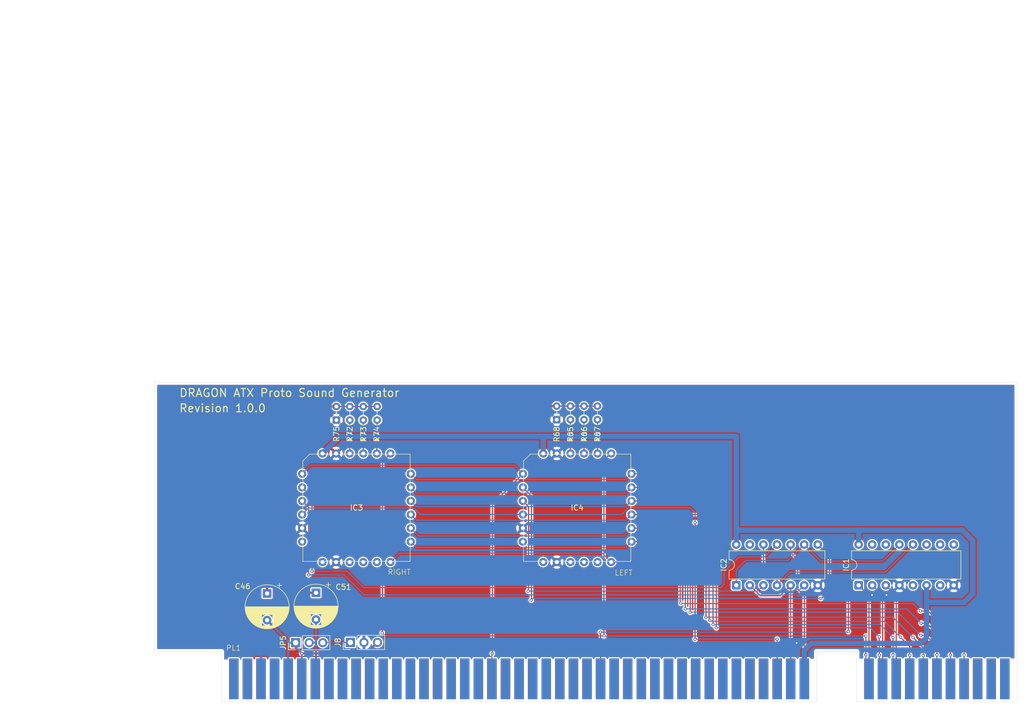
<source format=kicad_pcb>
(kicad_pcb (version 20241229) (generator "pcbnew") (generator_version "9.0")
  (layers (0 "F.Cu" signal) (2 "B.Cu" signal) (13 "F.Paste" user) (15 "B.Paste" user) (5 "F.SilkS" user "F.Silkscreen") (7 "B.SilkS" user "B.Silkscreen") (1 "F.Mask" user) (3 "B.Mask" user) (25 "Edge.Cuts" user))
  (net 0 "")
  (net 1 "/Z2")
  (net 2 "/VCLK")
  (net 3 "/~{A}{slash}G")
  (net 4 "/DL7")
  (net 5 "/CSS")
  (net 6 "/A7")
  (net 8 "/A14")
  (net 9 "/A0")
  (net 11 "/GM1")
  (net 12 "/A9")
  (net 13 "/RAS")
  (net 14 "/A3")
  (net 15 "/FIRQ")
  (net 16 "/ESND")
  (net 18 "/CAS")
  (net 19 "Chroma")
  (net 21 "/DA0")
  (net 22 "/A2")
  (net 23 "/Z6")
  (net 24 "Composite")
  (net 25 "/GM0")
  (net 26 "/A5")
  (net 28 "/CART")
  (net 29 "/MOTOR")
  (net 30 "/A8")
  (net 32 "/BS")
  (net 33 "/D5")
  (net 34 "/HS")
  (net 35 "/A10")
  (net 36 "/P1")
  (net 37 "-5V")
  (net 38 "/P0")
  (net 39 "/Z0")
  (net 40 "/HALT")
  (net 41 "/D6")
  (net 42 "/DL4")
  (net 43 "Net-(C46-Pad1)")
  (net 44 "/D7")
  (net 45 "/R{slash}W")
  (net 46 "+12V")
  (net 47 "/S0")
  (net 48 "/S2")
  (net 49 "OUT_L")
  (net 50 "/Z5")
  (net 51 "/A1")
  (net 52 "/EAR")
  (net 54 "/DL6")
  (net 55 "/D0")
  (net 56 "/BA")
  (net 57 "/A4")
  (net 58 "/WE")
  (net 59 "/TSC")
  (net 60 "Luma")
  (net 61 "/P2")
  (net 62 "/D2")
  (net 63 "/D.OUT")
  (net 64 "/A15")
  (net 65 "/A6")
  (net 66 "GND")
  (net 67 "/BUSY")
  (net 68 "/Z7")
  (net 69 "/DL0")
  (net 70 "/A12")
  (net 71 "/Z3")
  (net 72 "+5V")
  (net 73 "Net-(C51-Pad1)")
  (net 74 "/AVMA")
  (net 76 "/R0")
  (net 77 "/E")
  (net 78 "/RST")
  (net 79 "/DL5")
  (net 80 "/Z1")
  (net 81 "/S1")
  (net 82 "/DL3")
  (net 83 "/R2")
  (net 87 "+3.3V")
  (net 88 "/Q")
  (net 89 "/NMI")
  (net 90 "-12V")
  (net 93 "/A13")
  (net 94 "/D1")
  (net 95 "/D4")
  (net 96 "/ROM.SEL")
  (net 97 "/D3")
  (net 99 "/GM2")
  (net 100 "/DL1")
  (net 102 "/IRQ")
  (net 103 "/R1")
  (net 104 "/DL2")
  (net 105 "/MIC")
  (net 106 "/LIC")
  (net 107 "/A11")
  (net 108 "/Z4")
  (net 109 "OUT_R")
  (net 110 "/G2")
  (net 116 "/G1")
  (net 118 "BDIR1")
  (net 119 "BC10")
  (net 120 "BDIR0")
  (net 121 "BC11")
  (net 122 "OUT_A")
  (net 128 "OUT_B")
  (net 129 "OUT_C")
  (net 135 "OUT_D")
  (net 136 "OUT_F")
  (net 137 "OUT_E")
  (net 138 "Net-(J8-Pin_1)")
  (footprint "Resistor_THT:R_Axial_DIN0204_L3.6mm_D1.6mm_P2.54mm_Vertical" (layer "F.Cu") (at 127.2794 100.3816 90)
    (property "Reference" "R68")
    (property "Value" "1K")
  )
  (footprint "Library:Card_Edge" (layer "F.Cu") (at 140.6906 151.6634)
    (property "Reference" "PL1")
    (property "Value" "~")
    (fp_line (start -76.073 -7.874) (end -76.073 1.524) (stroke (width 0.05)) (layer "Edge.Cuts"))
    (fp_line (start -76.073 1.524) (end 35.179 1.524) (stroke (width 0.05)) (layer "Edge.Cuts"))
    (fp_line (start 35.179 -7.874) (end 42.707 -7.874) (stroke (width 0.05)) (layer "Edge.Cuts"))
    (fp_line (start 35.179 1.524) (end 35.179 -7.874) (stroke (width 0.05)) (layer "Edge.Cuts"))
    (fp_line (start 42.707 -7.874) (end 42.707 1.524) (stroke (width 0.05)) (layer "Edge.Cuts"))
    (fp_line (start 42.707 1.524) (end 72.679 1.524) (stroke (width 0.05)) (layer "Edge.Cuts"))
    (fp_line (start 72.679 1.524) (end 72.679 -7.874) (stroke (width 0.05)) (layer "Edge.Cuts"))
  )
  (footprint "Package_DIP:DIP-16_W7.62mm" (layer "F.Cu") (at 183.7436 131.3688 90)
    (property "Reference" "IC1")
    (property "Value" "74LS138")
  )
  (footprint "Resistor_THT:R_Axial_DIN0204_L3.6mm_D1.6mm_P2.54mm_Vertical" (layer "F.Cu") (at 132.3848 100.3808 90)
    (property "Reference" "R66")
    (property "Value" "1K")
  )
  (footprint "Connector_PinHeader_2.54mm:PinHeader_1x03_P2.54mm_Vertical" (layer "F.Cu") (at 88.6968 142.0622 90)
    (property "Reference" "J8")
    (property "Value" "Stereo")
  )
  (footprint "Connector_PinHeader_2.54mm:PinHeader_1x03_P2.54mm_Vertical" (layer "F.Cu") (at 78.4606 142.113 90)
    (property "Reference" "JP5")
    (property "Value" "Jumper_3_Open")
  )
  (footprint "Capacitor_THT:CP_Radial_D8.0mm_P5.00mm" (layer "F.Cu") (at 73.1266 132.8966 -90)
    (property "Reference" "C46")
    (property "Value" "10uF")
  )
  (footprint "Resistor_THT:R_Axial_DIN0204_L3.6mm_D1.6mm_P2.54mm_Vertical" (layer "F.Cu") (at 86.0806 100.457 90)
    (property "Reference" "R75")
    (property "Value" "1K")
  )
  (footprint "Resistor_THT:R_Axial_DIN0204_L3.6mm_D1.6mm_P2.54mm_Vertical" (layer "F.Cu") (at 129.8448 100.3808 90)
    (property "Reference" "R65")
    (property "Value" "1K")
  )
  (footprint "Library:AY-QTHT" (layer "F.Cu") (at 89.8398 116.8654)
    (property "Reference" "J4" (hide yes))
    (property "Value" "Audio Right" (hide yes))
  )
  (footprint "Resistor_THT:R_Axial_DIN0204_L3.6mm_D1.6mm_P2.54mm_Vertical" (layer "F.Cu") (at 93.7006 100.457 90)
    (property "Reference" "R74")
    (property "Value" "1K")
  )
  (footprint "Resistor_THT:R_Axial_DIN0204_L3.6mm_D1.6mm_P2.54mm_Vertical" (layer "F.Cu") (at 88.5952 100.457 90)
    (property "Reference" "R72")
    (property "Value" "1K")
  )
  (footprint "Capacitor_THT:CP_Radial_D8.0mm_P5.00mm" (layer "F.Cu") (at 82.2706 132.776149 -90)
    (property "Reference" "C51")
    (property "Value" "10uF")
  )
  (footprint "Resistor_THT:R_Axial_DIN0204_L3.6mm_D1.6mm_P2.54mm_Vertical" (layer "F.Cu") (at 91.1098 100.457 90)
    (property "Reference" "R73")
    (property "Value" "1K")
  )
  (footprint "Library:AY-QTHT" (layer "F.Cu") (at 131.1148 116.8654)
    (property "Reference" "J3" (hide yes))
    (property "Value" "Audio Left" (hide yes))
  )
  (footprint "Package_DIP:DIP-14_W7.62mm" (layer "F.Cu") (at 160.8582 131.3688 90)
    (property "Reference" "IC2")
    (property "Value" "74LS08")
  )
  (footprint "Resistor_THT:R_Axial_DIN0204_L3.6mm_D1.6mm_P2.54mm_Vertical" (layer "F.Cu") (at 134.8994 100.3808 90)
    (property "Reference" "R67")
    (property "Value" "1K")
  )
  (gr_line (start 64.6176 143.7894) (end 52.0766 143.7894) (stroke (width 0.05)) (layer "Edge.Cuts"))
  (gr_line (start 52.0766 93.3704) (end 213.369211 93.372868) (stroke (width 0.05)) (layer "Edge.Cuts"))
  (gr_line (start 52.0766 143.7894) (end 52.0766 93.3704) (stroke (width 0.05)) (layer "Edge.Cuts"))
  (gr_line (start 213.369211 143.791868) (end 213.369211 93.372868) (stroke (width 0.05)) (layer "Edge.Cuts"))
  (gr_text "RIGHT" (at 95.631 129.4892 0) (layer "F.SilkS") (effects (font (size 1 1) (thickness 0.1)) (justify left bottom)))
  (gr_text "DRAGON ATX Proto Sound Generator" (at 56.6166 96.2406 0) (layer "F.SilkS") (effects (font (size 1.5 1.5) (thickness 0.2)) (justify left bottom)))
  (gr_text "LEFT" (at 138.0744 129.6162 0) (layer "F.SilkS") (effects (font (size 1 1) (thickness 0.1)) (justify left bottom)))
  (gr_text "Revision 1.0.0" (at 56.5912 99.1108 0) (layer "F.SilkS") (effects (font (size 1.5 1.5) (thickness 0.2)) (justify left bottom)))
  (segment (start 171.0436 131.3942) (end 171.0182 131.3688) (width 0.2) (layer "F.Cu") (net 9))
  (segment (start 171.0182 131.3688) (end 169.037 133.35) (width 0.2) (layer "F.Cu") (net 9))
  (segment (start 169.037 133.35) (end 165.3794 133.35) (width 0.2) (layer "F.Cu") (net 9))
  (segment (start 171.0436 148.8694) (end 171.0436 131.3942) (width 0.2) (layer "F.Cu") (net 9))
  (segment (start 165.3794 133.35) (end 163.3982 131.3688) (width 0.2) (layer "F.Cu") (net 9))
  (segment (start 188.2236 148.8694) (end 188.2236 133.3088) (width 0.2) (layer "F.Cu") (net 14))
  (segment (start 188.2236 133.3088) (end 186.2836 131.3688) (width 0.2) (layer "F.Cu") (net 14))
  (segment (start 185.6572 133.446543) (end 185.6572 133.2824) (width 0.2) (layer "F.Cu") (net 22))
  (segment (start 185.6572 133.2824) (end 183.7436 131.3688) (width 0.2) (layer "F.Cu") (net 22))
  (segment (start 185.6836 133.472943) (end 185.6572 133.446543) (width 0.2) (layer "F.Cu") (net 22))
  (segment (start 185.6836 148.8694) (end 185.6836 133.472943) (width 0.2) (layer "F.Cu") (net 22))
  (segment (start 152.2476 136.4234) (end 152.2476 122.2502) (width 0.2) (layer "F.Cu") (net 33))
  (segment (start 196.3166 140.7414) (end 195.3768 140.7414) (width 0.2) (layer "F.Cu") (net 33))
  (segment (start 198.374 144.399) (end 198.374 142.7988) (width 0.2) (layer "F.Cu") (net 33))
  (segment (start 150.6728 120.6754) (end 141.2748 120.6754) (width 0.2) (layer "F.Cu") (net 33))
  (segment (start 198.374 142.7988) (end 196.3166 140.7414) (width 0.2) (layer "F.Cu") (net 33))
  (segment (start 152.2476 122.2502) (end 150.6728 120.6754) (width 0.2) (layer "F.Cu") (net 33))
  (via (at 152.2476 136.4234) (size 0.6) (drill 0.3) (layers "F.Cu" "B.Cu") (net 33))
  (via (at 198.374 144.399) (size 0.6) (drill 0.3) (layers "F.Cu" "B.Cu") (net 33))
  (via (at 195.3768 140.7414) (size 0.6) (drill 0.3) (layers "F.Cu" "B.Cu") (net 33))
  (segment (start 195.3768 140.7414) (end 191.0334 136.398) (width 0.2) (layer "B.Cu") (net 33))
  (segment (start 101.4768 122.1524) (end 139.7978 122.1524) (width 0.2) (layer "B.Cu") (net 33))
  (segment (start 99.9998 120.6754) (end 101.4768 122.1524) (width 0.2) (layer "B.Cu") (net 33))
  (segment (start 191.0334 136.398) (end 152.273 136.398) (width 0.2) (layer "B.Cu") (net 33))
  (segment (start 198.374 144.399) (end 198.374 148.8694) (width 0.2) (layer "B.Cu") (net 33))
  (segment (start 139.7978 122.1524) (end 141.2748 120.6754) (width 0.2) (layer "B.Cu") (net 33))
  (segment (start 152.273 136.398) (end 152.2476 136.4234) (width 0.2) (layer "B.Cu") (net 33))
  (segment (start 135.4836 140.208) (end 135.4328 140.1572) (width 0.2) (layer "F.Cu") (net 36))
  (segment (start 181.8132 130.7338) (end 182.6514 129.8956) (width 0.2) (layer "F.Cu") (net 36))
  (segment (start 135.4836 148.8694) (end 135.4836 140.208) (width 0.2) (layer "F.Cu") (net 36))
  (segment (start 192.4304 129.8956) (end 193.9036 131.3688) (width 0.2) (layer "F.Cu") (net 36))
  (segment (start 181.8132 140.0302) (end 181.8132 130.7338) (width 0.2) (layer "F.Cu") (net 36))
  (segment (start 182.6514 129.8956) (end 192.4304 129.8956) (width 0.2) (layer "F.Cu") (net 36))
  (via (at 135.4328 140.1572) (size 0.6) (drill 0.3) (layers "F.Cu" "B.Cu") (net 36))
  (via (at 181.8132 140.0302) (size 0.6) (drill 0.3) (layers "F.Cu" "B.Cu") (net 36))
  (segment (start 135.4328 140.1572) (end 181.6862 140.1572) (width 0.2) (layer "B.Cu") (net 36))
  (segment (start 181.6862 140.1572) (end 181.8132 140.0302) (width 0.2) (layer "B.Cu") (net 36))
  (segment (start 200.914 144.4244) (end 200.914 142.875) (width 0.2) (layer "F.Cu") (net 41))
  (segment (start 151.3332 124.4854) (end 150.0632 123.2154) (width 0.2) (layer "F.Cu") (net 41))
  (segment (start 151.3332 135.7884) (end 151.3332 124.4854) (width 0.2) (layer "F.Cu") (net 41))
  (segment (start 200.914 142.875) (end 196.5198 138.4808) (width 0.2) (layer "F.Cu") (net 41))
  (segment (start 196.5198 138.4808) (end 195.4436 138.4808) (width 0.2) (layer "F.Cu") (net 41))
  (segment (start 150.0632 123.2154) (end 141.2748 123.2154) (width 0.2) (layer "F.Cu") (net 41))
  (via (at 195.4436 138.4808) (size 0.6) (drill 0.3) (layers "F.Cu" "B.Cu") (net 41))
  (via (at 151.3332 135.7884) (size 0.6) (drill 0.3) (layers "F.Cu" "B.Cu") (net 41))
  (via (at 200.914 144.4244) (size 0.6) (drill 0.3) (layers "F.Cu" "B.Cu") (net 41))
  (segment (start 200.914 144.4244) (end 200.914 148.8694) (width 0.2) (layer "B.Cu") (net 41))
  (segment (start 99.9998 123.2154) (end 101.0628 124.2784) (width 0.2) (layer "B.Cu") (net 41))
  (segment (start 195.2658 138.303) (end 192.7512 135.7884) (width 0.2) (layer "B.Cu") (net 41))
  (segment (start 101.0628 124.2784) (end 140.2118 124.2784) (width 0.2) (layer "B.Cu") (net 41))
  (segment (start 192.7512 135.7884) (end 151.3332 135.7884) (width 0.2) (layer "B.Cu") (net 41))
  (segment (start 140.2118 124.2784) (end 141.2748 123.2154) (width 0.2) (layer "B.Cu") (net 41))
  (segment (start 132.3848 97.8408) (end 129.8448 97.8408) (width 0.2) (layer "F.Cu") (net 43))
  (segment (start 134.8994 97.8408) (end 132.3848 97.8408) (width 0.2) (layer "F.Cu") (net 43))
  (segment (start 123.9266 95.5548) (end 77.089 95.5548) (width 0.4) (layer "F.Cu") (net 43))
  (segment (start 77.089 95.5548) (end 73.1266 99.5172) (width 0.4) (layer "F.Cu") (net 43))
  (segment (start 127.2794 97.8416) (end 129.844 97.8416) (width 0.2) (layer "F.Cu") (net 43))
  (segment (start 73.1266 99.5172) (end 73.1266 132.8966) (width 0.4) (layer "F.Cu") (net 43))
  (segment (start 126.2134 97.8416) (end 123.9266 95.5548) (width 0.4) (layer "F.Cu") (net 43))
  (segment (start 129.844 97.8416) (end 129.8448 97.8408) (width 0.2) (layer "F.Cu") (net 43))
  (segment (start 127.2794 97.8416) (end 126.2134 97.8416) (width 0.4) (layer "F.Cu") (net 43))
  (segment (start 203.454 144.4244) (end 203.454 142.9004) (width 0.2) (layer "F.Cu") (net 44))
  (segment (start 203.454 142.9004) (end 196.723 136.1694) (width 0.2) (layer "F.Cu") (net 44))
  (segment (start 196.723 136.1694) (end 195.3006 136.1694) (width 0.2) (layer "F.Cu") (net 44))
  (segment (start 150.495 134.7216) (end 150.368 134.5946) (width 0.2) (layer "F.Cu") (net 44))
  (segment (start 149.1234 127.0254) (end 137.4648 127.0254) (width 0.2) (layer "F.Cu") (net 44))
  (segment (start 150.368 128.27) (end 149.1234 127.0254) (width 0.2) (layer "F.Cu") (net 44))
  (segment (start 150.368 134.5946) (end 150.368 128.27) (width 0.2) (layer "F.Cu") (net 44))
  (via (at 203.454 144.4244) (size 0.6) (drill 0.3) (layers "F.Cu" "B.Cu") (net 44))
  (via (at 150.495 134.7216) (size 0.6) (drill 0.3) (layers "F.Cu" "B.Cu") (net 44))
  (via (at 195.3006 136.1694) (size 0.6) (drill 0.3) (layers "F.Cu" "B.Cu") (net 44))
  (segment (start 96.1898 127.0254) (end 97.8662 125.349) (width 0.2) (layer "B.Cu") (net 44))
  (segment (start 150.5712 134.7978) (end 150.495 134.7216) (width 0.2) (layer "B.Cu") (net 44))
  (segment (start 97.8662 125.349) (end 135.7884 125.349) (width 0.2) (layer "B.Cu") (net 44))
  (segment (start 135.7884 125.349) (end 137.4648 127.0254) (width 0.2) (layer "B.Cu") (net 44))
  (segment (start 195.3006 136.1694) (end 193.929 134.7978) (width 0.2) (layer "B.Cu") (net 44))
  (segment (start 193.929 134.7978) (end 150.5712 134.7978) (width 0.2) (layer "B.Cu") (net 44))
  (segment (start 203.454 144.4244) (end 203.454 148.8694) (width 0.2) (layer "B.Cu") (net 44))
  (segment (start 91.7194 144.1196) (end 79.6036 144.1196) (width 0.4) (layer "F.Cu") (net 49))
  (segment (start 93.7768 142.0622) (end 91.7194 144.1196) (width 0.4) (layer "F.Cu") (net 49))
  (via (at 79.6036 144.1196) (size 0.6) (drill 0.3) (layers "F.Cu" "B.Cu") (net 49))
  (segment (start 79.6036 144.1196) (end 79.6036 148.8694) (width 0.4) (layer "B.Cu") (net 49))
  (segment (start 78.4606 142.113) (end 77.0636 142.113) (width 0.4) (layer "B.Cu") (net 49))
  (segment (start 78.4606 142.113) (end 78.4606 142.9766) (width 0.4) (layer "B.Cu") (net 49))
  (segment (start 73.1266 137.8966) (end 77.0636 141.8336) (width 0.4) (layer "B.Cu") (net 49))
  (segment (start 77.0636 141.8336) (end 77.0636 142.113) (width 0.4) (layer "B.Cu") (net 49))
  (segment (start 78.4606 142.9766) (end 79.6036 144.1196) (width 0.4) (layer "B.Cu") (net 49))
  (segment (start 77.0636 142.113) (end 77.0636 148.8694) (width 0.4) (layer "B.Cu") (net 49))
  (segment (start 172.339 126.5682) (end 171.0182 125.2474) (width 0.2) (layer "F.Cu") (net 51))
  (segment (start 173.5836 148.8694) (end 173.5836 133.2738) (width 0.2) (layer "F.Cu") (net 51))
  (segment (start 173.5836 133.2738) (end 172.339 132.0292) (width 0.2) (layer "F.Cu") (net 51))
  (segment (start 172.339 132.0292) (end 172.339 126.5682) (width 0.2) (layer "F.Cu") (net 51))
  (segment (start 171.0182 125.2474) (end 171.0182 123.7488) (width 0.2) (layer "F.Cu") (net 51))
  (segment (start 94.7128 108.1824) (end 96.1898 106.7054) (width 0.2) (layer "F.Cu") (net 55))
  (segment (start 94.7128 140.2118) (end 94.7128 108.1824) (width 0.2) (layer "F.Cu") (net 55))
  (segment (start 185.0836 140.8938) (end 185.0836 144.3736) (width 0.2) (layer "F.Cu") (net 55))
  (segment (start 94.6404 140.2842) (end 94.7128 140.2118) (width 0.2) (layer "F.Cu") (net 55))
  (segment (start 136.1186 140.843) (end 136.1186 107.95) (width 0.2) (layer "F.Cu") (net 55))
  (segment (start 136.1186 107.95) (end 137.3632 106.7054) (width 0.2) (layer "F.Cu") (net 55))
  (segment (start 137.3632 106.7054) (end 137.4648 106.7054) (width 0.2) (layer "F.Cu") (net 55))
  (via (at 185.0836 140.8938) (size 0.6) (drill 0.3) (layers "F.Cu" "B.Cu") (net 55))
  (via (at 136.1186 140.843) (size 0.6) (drill 0.3) (layers "F.Cu" "B.Cu") (net 55))
  (via (at 94.6404 140.2842) (size 0.6) (drill 0.3) (layers "F.Cu" "B.Cu") (net 55))
  (via (at 185.0836 144.3736) (size 0.6) (drill 0.3) (layers "F.Cu" "B.Cu") (net 55))
  (segment (start 185.0836 144.3736) (end 185.0836 148.279) (width 0.2) (layer "B.Cu") (net 55))
  (segment (start 185.0582 140.8684) (end 136.144 140.8684) (width 0.2) (layer "B.Cu") (net 55))
  (segment (start 95.1992 140.843) (end 94.6404 140.2842) (width 0.2) (layer "B.Cu") (net 55))
  (segment (start 136.1186 140.843) (end 95.1992 140.843) (width 0.2) (layer "B.Cu") (net 55))
  (segment (start 185.0836 148.279) (end 185.674 148.8694) (width 0.2) (layer "B.Cu") (net 55))
  (segment (start 136.144 140.8684) (end 136.1186 140.843) (width 0.2) (layer "B.Cu") (net 55))
  (segment (start 185.0836 140.8938) (end 185.0582 140.8684) (width 0.2) (layer "B.Cu") (net 55))
  (segment (start 188.8236 131.3688) (end 190.771866 133.317066) (width 0.2) (layer "F.Cu") (net 57))
  (segment (start 190.771866 133.317066) (end 190.771866 148.858201) (width 0.2) (layer "F.Cu") (net 57))
  (segment (start 155.0416 113.0554) (end 141.2748 113.0554) (width 0.2) (layer "F.Cu") (net 62))
  (segment (start 156.5148 138.7094) (end 156.5148 114.5286) (width 0.2) (layer "F.Cu") (net 62))
  (segment (start 190.171866 143.232666) (end 190.171866 144.4244) (width 0.2) (layer "F.Cu") (net 62))
  (segment (start 190.1698 143.2306) (end 190.171866 143.232666) (width 0.2) (layer "F.Cu") (net 62))
  (segment (start 190.1698 141.1478) (end 190.1698 143.2306) (width 0.2) (layer "F.Cu") (net 62))
  (segment (start 156.5148 114.5286) (end 155.0416 113.0554) (width 0.2) (layer "F.Cu") (net 62))
  (via (at 156.5148 138.7094) (size 0.6) (drill 0.3) (layers "F.Cu" "B.Cu") (net 62))
  (via (at 190.1698 141.1478) (size 0.6) (drill 0.3) (layers "F.Cu" "B.Cu") (net 62))
  (via (at 190.171866 144.4244) (size 0.6) (drill 0.3) (layers "F.Cu" "B.Cu") (net 62))
  (segment (start 190.1698 141.1478) (end 187.7314 138.7094) (width 0.2) (layer "B.Cu") (net 62))
  (segment (start 190.171866 145.370199) (end 190.762266 145.960599) (width 0.2) (layer "B.Cu") (net 62))
  (segment (start 101.0628 114.1184) (end 140.2118 114.1184) (width 0.2) (layer "B.Cu") (net 62))
  (segment (start 190.171866 144.4244) (end 190.171866 145.370199) (width 0.2) (layer "B.Cu") (net 62))
  (segment (start 99.9998 113.0554) (end 101.0628 114.1184) (width 0.2) (layer "B.Cu") (net 62))
  (segment (start 140.2118 114.1184) (end 141.2748 113.0554) (width 0.2) (layer "B.Cu") (net 62))
  (segment (start 187.7314 138.7094) (end 156.5148 138.7094) (width 0.2) (layer "B.Cu") (net 62))
  (segment (start 190.762266 145.960599) (end 190.762266 148.880599) (width 0.2) (layer "B.Cu") (net 62))
  (via (at 186.2582 133.1976) (size 0.6) (drill 0.3) (layers "F.Cu" "B.Cu") (net 66))
  (via (at 188.9506 133.1976) (size 0.6) (drill 0.3) (layers "F.Cu" "B.Cu") (net 66))
  (via (at 172.1358 142.1638) (size 0.6) (drill 0.3) (layers "F.Cu" "B.Cu") (net 66))
  (segment (start 183.7436 121.1072) (end 183.7436 123.7488) (width 1) (layer "B.Cu") (net 72))
  (segment (start 205.105 123.0376) (end 203.1238 121.0564) (width 1) (layer "B.Cu") (net 72))
  (segment (start 160.8582 121.0056) (end 160.8582 103.505) (width 1) (layer "B.Cu") (net 72))
  (segment (start 173.5836 148.8694) (end 173.5836 143.5608) (width 1) (layer "B.Cu") (net 72))
  (segment (start 160.909 121.0564) (end 160.8582 121.0056) (width 1) (layer "B.Cu") (net 72))
  (segment (start 183.7944 121.0564) (end 183.7436 121.1072) (width 1) (layer "B.Cu") (net 72))
  (segment (start 203.1238 121.0564) (end 183.7944 121.0564) (width 1) (layer "B.Cu") (net 72))
  (segment (start 124.7902 103.505) (end 86.6902 103.505) (width 1) (layer "B.Cu") (net 72))
  (segment (start 183.7944 121.0564) (end 160.909 121.0564) (width 1) (layer "B.Cu") (net 72))
  (segment (start 86.6902 103.505) (end 83.4898 106.7054) (width 1) (layer "B.Cu") (net 72))
  (segment (start 173.5836 143.5608) (end 174.9044 142.24) (width 1) (layer "B.Cu") (net 72))
  (segment (start 160.8582 121.0056) (end 160.8582 123.7488) (width 1) (layer "B.Cu") (net 72))
  (segment (start 205.105 132.9436) (end 205.105 123.0376) (width 1) (layer "B.Cu") (net 72))
  (segment (start 196.4436 134.5692) (end 196.4436 131.3688) (width 1) (layer "B.Cu") (net 72))
  (segment (start 196.4436 134.5692) (end 203.4794 134.5692) (width 1) (layer "B.Cu") (net 72))
  (segment (start 124.7648 104.267) (end 124.7648 106.7054) (width 1) (layer "B.Cu") (net 72))
  (segment (start 203.4794 134.5692) (end 205.105 132.9436) (width 1) (layer "B.Cu") (net 72))
  (segment (start 160.8582 103.505) (end 124.7902 103.505) (width 1) (layer "B.Cu") (net 72))
  (segment (start 195.3768 142.24) (end 196.4436 141.1732) (width 1) (layer "B.Cu") (net 72))
  (segment (start 174.9044 142.24) (end 195.3768 142.24) (width 1) (layer "B.Cu") (net 72))
  (segment (start 124.7902 104.2416) (end 124.7648 104.267) (width 1) (layer "B.Cu") (net 72))
  (segment (start 124.7902 103.505) (end 124.7902 104.2416) (width 1) (layer "B.Cu") (net 72))
  (segment (start 196.4436 141.1732) (end 196.4436 134.5692) (width 1) (layer "B.Cu") (net 72))
  (segment (start 93.7006 97.917) (end 91.1098 97.917) (width 0.2) (layer "F.Cu") (net 73))
  (segment (start 86.0806 97.917) (end 78.867 97.917) (width 0.4) (layer "F.Cu") (net 73))
  (segment (start 88.5952 97.917) (end 86.0806 97.917) (width 0.2) (layer "F.Cu") (net 73))
  (segment (start 81.214149 132.776149) (end 82.2706 132.776149) (width 0.4) (layer "F.Cu") (net 73))
  (segment (start 76.2254 127.7874) (end 81.214149 132.776149) (width 0.4) (layer "F.Cu") (net 73))
  (segment (start 91.1098 97.917) (end 88.5952 97.917) (width 0.2) (layer "F.Cu") (net 73))
  (segment (start 76.2254 100.5586) (end 76.2254 127.7874) (width 0.4) (layer "F.Cu") (net 73))
  (segment (start 78.867 97.917) (end 76.2254 100.5586) (width 0.4) (layer "F.Cu") (net 73))
  (segment (start 153.162 119.634) (end 153.162 141.4684) (width 0.2) (layer "F.Cu") (net 77))
  (segment (start 168.5036 141.4684) (end 168.5036 148.8694) (width 0.2) (layer "F.Cu") (net 77))
  (via (at 153.162 119.634) (size 0.6) (drill 0.3) (layers "F.Cu" "B.Cu") (net 77))
  (via (at 153.162 141.4684) (size 0.6) (drill 0.3) (layers "F.Cu" "B.Cu") (net 77))
  (via (at 168.5036 141.4684) (size 0.6) (drill 0.3) (layers "F.Cu" "B.Cu") (net 77))
  (segment (start 152.1968 116.8654) (end 140.6906 116.8654) (width 0.2) (layer "B.Cu") (net 77))
  (segment (start 80.899 116.9162) (end 100.6094 116.9162) (width 0.2) (layer "B.Cu") (net 77))
  (segment (start 101.8286 118.1354) (end 120.9548 118.1354) (width 0.2) (layer "B.Cu") (net 77))
  (segment (start 168.5036 141.4684) (end 153.162 141.4684) (width 0.2) (layer "B.Cu") (net 77))
  (segment (start 139.4206 118.1354) (end 120.9548 118.1354) (width 0.2) (layer "B.Cu") (net 77))
  (segment (start 100.6094 116.9162) (end 101.8286 118.1354) (width 0.2) (layer "B.Cu") (net 77))
  (segment (start 79.6798 118.1354) (end 80.899 116.9162) (width 0.2) (layer "B.Cu") (net 77))
  (segment (start 153.162 119.634) (end 153.162 117.8306) (width 0.2) (layer "B.Cu") (net 77))
  (segment (start 140.6906 116.8654) (end 139.4206 118.1354) (width 0.2) (layer "B.Cu") (net 77))
  (segment (start 153.162 117.8306) (end 152.1968 116.8654) (width 0.2) (layer "B.Cu") (net 77))
  (segment (start 115.2398 116.2304) (end 115.2398 144.145) (width 0.2) (layer "F.Cu") (net 78))
  (segment (start 120.9548 110.5154) (end 115.2398 116.2304) (width 0.2) (layer "F.Cu") (net 78))
  (via (at 115.2398 144.145) (size 0.6) (drill 0.3) (layers "F.Cu" "B.Cu") (net 78))
  (segment (start 120.1674 109.6772) (end 120.1674 109.728) (width 0.2) (layer "B.Cu") (net 78))
  (segment (start 119.38 108.8898) (end 120.1674 109.6772) (width 0.2) (layer "B.Cu") (net 78))
  (segment (start 115.2398 144.145) (end 115.2398 144.4244) (width 0.2) (layer "B.Cu") (net 78))
  (segment (start 81.3054 108.8898) (end 119.38 108.8898) (width 0.2) (layer "B.Cu") (net 78))
  (segment (start 115.2398 144.4244) (end 115.1636 144.5006) (width 0.2) (layer "B.Cu") (net 78))
  (segment (start 120.1674 109.728) (end 120.9548 110.5154) (width 0.2) (layer "B.Cu") (net 78))
  (segment (start 79.6798 110.5154) (end 81.3054 108.8898) (width 0.2) (layer "B.Cu") (net 78))
  (segment (start 115.1636 144.5006) (end 115.1636 148.8694) (width 0.2) (layer "B.Cu") (net 78))
  (segment (start 187.6236 143.1736) (end 187.6236 144.4244) (width 0.2) (layer "F.Cu") (net 94))
  (segment (start 155.5877 110.5154) (end 141.2748 110.5154) (width 0.2) (layer "F.Cu") (net 94))
  (segment (start 187.6044 141.0462) (end 187.6044 143.1544) (width 0.2) (layer "F.Cu") (net 94))
  (segment (start 187.6044 143.1544) (end 187.6236 143.1736) (width 0.2) (layer "F.Cu") (net 94))
  (segment (start 157.1244 112.0521) (end 155.5877 110.5154) (width 0.2) (layer "F.Cu") (net 94))
  (segment (start 157.1244 139.319) (end 157.1244 112.0521) (width 0.2) (layer "F.Cu") (net 94))
  (via (at 157.1244 139.319) (size 0.6) (drill 0.3) (layers "F.Cu" "B.Cu") (net 94))
  (via (at 187.6044 141.0462) (size 0.6) (drill 0.3) (layers "F.Cu" "B.Cu") (net 94))
  (via (at 187.6236 144.4244) (size 0.6) (drill 0.3) (layers "F.Cu" "B.Cu") (net 94))
  (segment (start 188.214 145.9494) (end 188.214 148.8694) (width 0.2) (layer "B.Cu") (net 94))
  (segment (start 140.2118 111.5784) (end 141.2748 110.5154) (width 0.2) (layer "B.Cu") (net 94))
  (segment (start 187.6236 144.4244) (end 187.6236 145.359) (width 0.2) (layer "B.Cu") (net 94))
  (segment (start 101.0628 111.5784) (end 140.2118 111.5784) (width 0.2) (layer "B.Cu") (net 94))
  (segment (start 187.6236 145.359) (end 188.214 145.9494) (width 0.2) (layer "B.Cu") (net 94))
  (segment (start 99.9998 110.5154) (end 101.0628 111.5784) (width 0.2) (layer "B.Cu") (net 94))
  (segment (start 187.6044 141.0462) (end 185.8772 139.319) (width 0.2) (layer "B.Cu") (net 94))
  (segment (start 185.8772 139.319) (end 157.1244 139.319) (width 0.2) (layer "B.Cu") (net 94))
  (segment (start 195.834 144.526) (end 195.834 143.0782) (width 0.2) (layer "F.Cu") (net 95))
  (segment (start 195.834 143.0782) (end 195.8467 143.0655) (width 0.2) (layer "F.Cu") (net 95))
  (segment (start 153.7462 118.1608) (end 141.3002 118.1608) (width 0.2) (layer "F.Cu") (net 95))
  (segment (start 155.194 119.6086) (end 153.7462 118.1608) (width 0.2) (layer "F.Cu") (net 95))
  (segment (start 141.3002 118.1608) (end 141.2748 118.1354) (width 0.2) (layer "F.Cu") (net 95))
  (segment (start 195.8467 143.0655) (end 193.929 141.1478) (width 0.2) (layer "F.Cu") (net 95))
  (segment (start 155.194 137.3728) (end 155.194 119.6086) (width 0.2) (layer "F.Cu") (net 95))
  (segment (start 155.1782 137.3886) (end 155.194 137.3728) (width 0.2) (layer "F.Cu") (net 95))
  (via (at 193.929 141.1478) (size 0.6) (drill 0.3) (layers "F.Cu" "B.Cu") (net 95))
  (via (at 155.1782 137.3886) (size 0.6) (drill 0.3) (layers "F.Cu" "B.Cu") (net 95))
  (via (at 195.834 144.526) (size 0.6) (drill 0.3) (layers "F.Cu" "B.Cu") (net 95))
  (segment (start 140.2118 119.1984) (end 141.2748 118.1354) (width 0.2) (layer "B.Cu") (net 95))
  (segment (start 193.929 141.1478) (end 190.1276 137.3464) (width 0.2) (layer "B.Cu") (net 95))
  (segment (start 99.9998 118.1354) (end 101.0628 119.1984) (width 0.2) (layer "B.Cu") (net 95))
  (segment (start 190.1276 137.3464) (end 155.2204 137.3464) (width 0.2) (layer "B.Cu") (net 95))
  (segment (start 101.0628 119.1984) (end 140.2118 119.1984) (width 0.2) (layer "B.Cu") (net 95))
  (segment (start 195.834 144.526) (end 195.834 148.8694) (width 0.2) (layer "B.Cu") (net 95))
  (segment (start 155.2204 137.3464) (end 155.1782 137.3886) (width 0.2) (layer "B.Cu") (net 95))
  (segment (start 155.7782 137.8108) (end 155.7782 116.84) (width 0.2) (layer "F.Cu") (net 97))
  (segment (start 191.5668 141.097) (end 193.294 142.8242) (width 0.2) (layer "F.Cu") (net 97))
  (segment (start 154.5336 115.5954) (end 141.2748 115.5954) (width 0.2) (layer "F.Cu") (net 97))
  (segment (start 155.9148 137.9474) (end 155.7782 137.8108) (width 0.2) (layer "F.Cu") (net 97))
  (segment (start 155.7782 116.84) (end 154.5336 115.5954) (width 0.2) (layer "F.Cu") (net 97))
  (segment (start 193.294 142.8242) (end 193.294 144.4752) (width 0.2) (layer "F.Cu") (net 97))
  (via (at 193.294 144.4752) (size 0.6) (drill 0.3) (layers "F.Cu" "B.Cu") (net 97))
  (via (at 191.5668 141.097) (size 0.6) (drill 0.3) (layers "F.Cu" "B.Cu") (net 97))
  (via (at 155.9148 137.9474) (size 0.6) (drill 0.3) (layers "F.Cu" "B.Cu") (net 97))
  (segment (start 193.294 144.4752) (end 193.294 148.8694) (width 0.2) (layer "B.Cu") (net 97))
  (segment (start 188.5696 138.0998) (end 156.0672 138.0998) (width 0.2) (layer "B.Cu") (net 97))
  (segment (start 156.0672 138.0998) (end 155.9148 137.9474) (width 0.2) (layer "B.Cu") (net 97))
  (segment (start 101.0628 116.6584) (end 140.2118 116.6584) (width 0.2) (layer "B.Cu") (net 97))
  (segment (start 191.5668 141.097) (end 188.5696 138.0998) (width 0.2) (layer "B.Cu") (net 97))
  (segment (start 99.9998 115.5954) (end 101.0628 116.6584) (width 0.2) (layer "B.Cu") (net 97))
  (segment (start 140.2118 116.6584) (end 141.2748 115.5954) (width 0.2) (layer "B.Cu") (net 97))
  (segment (start 81.0006 142.113) (end 82.2198 142.113) (width 0.4) (layer "B.Cu") (net 109))
  (segment (start 82.2706 142.1638) (end 82.2706 148.7424) (width 0.4) (layer "B.Cu") (net 109))
  (segment (start 82.2198 142.113) (end 82.2706 142.1638) (width 0.4) (layer "B.Cu") (net 109))
  (segment (start 82.2706 137.776149) (end 82.2706 142.1638) (width 0.4) (layer "B.Cu") (net 109))
  (segment (start 82.2706 148.7424) (end 82.1436 148.8694) (width 0.4) (layer "B.Cu") (net 109))
  (segment (start 168.4782 129.6416) (end 165.9382 127.1016) (width 0.2) (layer "F.Cu") (net 110))
  (segment (start 165.9382 127.1016) (end 165.9382 123.7488) (width 0.2) (layer "F.Cu") (net 110))
  (segment (start 168.4782 131.3688) (end 168.4782 129.6416) (width 0.2) (layer "F.Cu") (net 110))
  (segment (start 170.942 128.905) (end 168.4782 131.3688) (width 0.2) (layer "B.Cu") (net 110))
  (segment (start 188.7474 128.905) (end 170.942 128.905) (width 0.2) (layer "B.Cu") (net 110))
  (segment (start 193.9036 123.7488) (end 188.7474 128.905) (width 0.2) (layer "B.Cu") (net 110))
  (segment (start 176.6316 126.8222) (end 173.5582 123.7488) (width 0.2) (layer "B.Cu") (net 116))
  (segment (start 173.5582 123.7488) (end 170.5864 126.7206) (width 0.2) (layer "B.Cu") (net 116))
  (segment (start 160.8582 128.4732) (end 160.8582 131.3688) (width 0.2) (layer "B.Cu") (net 116))
  (segment (start 188.2902 126.8222) (end 176.6316 126.8222) (width 0.2) (layer "B.Cu") (net 116))
  (segment (start 170.5864 126.7206) (end 162.6108 126.7206) (width 0.2) (layer "B.Cu") (net 116))
  (segment (start 191.3636 123.7488) (end 188.2902 126.8222) (width 0.2) (layer "B.Cu") (net 116))
  (segment (start 162.6108 126.7206) (end 160.8582 128.4732) (width 0.2) (layer "B.Cu") (net 116))
  (segment (start 80.899 116.8146) (end 80.899 129.413) (width 0.2) (layer "F.Cu") (net 118))
  (segment (start 79.6798 115.5954) (end 80.899 116.8146) (width 0.2) (layer "F.Cu") (net 118))
  (via (at 80.899 129.413) (size 0.6) (drill 0.3) (layers "F.Cu" "B.Cu") (net 118))
  (segment (start 87.503 129.413) (end 80.899 129.413) (width 0.2) (layer "B.Cu") (net 118))
  (segment (start 171.7548 133.1722) (end 91.2622 133.1722) (width 0.2) (layer "B.Cu") (net 118))
  (segment (start 173.5582 131.3688) (end 171.7548 133.1722) (width 0.2) (layer "B.Cu") (net 118))
  (segment (start 91.2622 133.1722) (end 87.503 129.413) (width 0.2) (layer "B.Cu") (net 118))
  (segment (start 120.9548 113.0554) (end 122.555 114.6556) (width 0.2) (layer "F.Cu") (net 119))
  (segment (start 122.555 114.6556) (end 122.555 134.1374) (width 0.2) (layer "F.Cu") (net 119))
  (segment (start 176.0982 123.7488) (end 178.2826 125.9332) (width 0.2) (layer "F.Cu") (net 119))
  (segment (start 122.555 134.1374) (end 122.5296 134.1628) (width 0.2) (layer "F.Cu") (net 119))
  (segment (start 178.2826 125.9332) (end 178.2826 132.3594) (width 0.2) (layer "F.Cu") (net 119))
  (segment (start 176.8094 133.8326) (end 176.657 133.8326) (width 0.2) (layer "F.Cu") (net 119))
  (segment (start 178.2826 132.3594) (end 176.8094 133.8326) (width 0.2) (layer "F.Cu") (net 119))
  (via (at 176.657 133.8326) (size 0.6) (drill 0.3) (layers "F.Cu" "B.Cu") (net 119))
  (via (at 122.5296 134.1628) (size 0.6) (drill 0.3) (layers "F.Cu" "B.Cu") (net 119))
  (segment (start 122.8598 133.8326) (end 122.5296 134.1628) (width 0.2) (layer "B.Cu") (net 119))
  (segment (start 176.657 133.8326) (end 122.8598 133.8326) (width 0.2) (layer "B.Cu") (net 119))
  (segment (start 122.0178 132.407) (end 122.0178 116.6584) (width 0.2) (layer "F.Cu") (net 120))
  (segment (start 122.0178 116.6584) (end 120.9548 115.5954) (width 0.2) (layer "F.Cu") (net 120))
  (segment (start 121.955 132.4698) (end 122.0178 132.407) (width 0.2) (layer "F.Cu") (net 120))
  (via (at 121.955 132.4698) (size 0.6) (drill 0.3) (layers "F.Cu" "B.Cu") (net 120))
  (segment (start 165.9382 131.3688) (end 164.8372 132.4698) (width 0.2) (layer "B.Cu") (net 120))
  (segment (start 164.8372 132.4698) (end 121.955 132.4698) (width 0.2) (layer "B.Cu") (net 120))
  (segment (start 79.6798 113.0554) (end 81.534 114.9096) (width 0.2) (layer "F.Cu") (net 121))
  (segment (start 81.534 114.9096) (end 81.534 128.7272) (width 0.2) (layer "F.Cu") (net 121))
  (via (at 81.5086 128.7272) (size 0.6) (drill 0.3) (layers "F.Cu" "B.Cu") (net 121))
  (segment (start 161.3662 126.0602) (end 166.1668 126.0602) (width 0.2) (layer "B.Cu") (net 121))
  (segment (start 166.1668 126.0602) (end 168.4782 123.7488) (width 0.2) (layer "B.Cu") (net 121))
  (segment (start 91.186 131.8006) (end 157.9372 131.8006) (width 0.2) (layer "B.Cu") (net 121))
  (segment (start 88.1126 128.7272) (end 91.186 131.8006) (width 0.2) (layer "B.Cu") (net 121))
  (segment (start 158.5722 131.1656) (end 158.5722 128.8542) (width 0.2) (layer "B.Cu") (net 121))
  (segment (start 157.9372 131.8006) (end 158.5722 131.1656) (width 0.2) (layer "B.Cu") (net 121))
  (segment (start 158.5722 128.8542) (end 161.3662 126.0602) (width 0.2) (layer "B.Cu") (net 121))
  (segment (start 81.5086 128.7272) (end 88.1126 128.7272) (width 0.2) (layer "B.Cu") (net 121))
  (segment (start 129.8448 106.7054) (end 129.8448 100.3808) (width 0.2) (layer "F.Cu") (net 122))
  (segment (start 132.3848 106.7054) (end 132.3848 100.3808) (width 0.2) (layer "F.Cu") (net 128))
  (segment (start 134.9248 100.4062) (end 134.8994 100.3808) (width 0.2) (layer "F.Cu") (net 129))
  (segment (start 134.9248 106.7054) (end 134.9248 100.4062) (width 0.2) (layer "F.Cu") (net 129))
  (segment (start 88.5698 106.7054) (end 88.5952 106.68) (width 0.2) (layer "F.Cu") (net 135))
  (segment (start 88.5952 106.68) (end 88.5952 100.457) (width 0.2) (layer "F.Cu") (net 135))
  (segment (start 93.6498 106.7054) (end 93.6498 100.5078) (width 0.2) (layer "F.Cu") (net 136))
  (segment (start 93.6498 100.5078) (end 93.7006 100.457) (width 0.2) (layer "F.Cu") (net 136))
  (segment (start 91.1098 106.7054) (end 91.1098 100.457) (width 0.2) (layer "F.Cu") (net 137))
  (segment (start 83.5406 142.113) (end 83.5914 142.113) (width 0.2) (layer "B.Cu") (net 138))
  (segment (start 83.6422 142.0622) (end 88.6968 142.0622) (width 0.2) (layer "B.Cu") (net 138))
  (segment (start 83.5914 142.113) (end 83.6422 142.0622) (width 0.2) (layer "B.Cu") (net 138))
  (zone (net 66) (net_name "GND") (layers "F.Cu" "B.Cu") (connect_pads (clearance 0.25)) (min_thickness 0.2) (fill yes (thermal_gap 0.5) (thermal_bridge_width 0.5))
    (polygon (pts (xy 51.9938 91.568999) (xy 214.6808 91.491208) (xy 214.6808 145.054626) (xy 51.9938 145.288)))
  )
)
</source>
